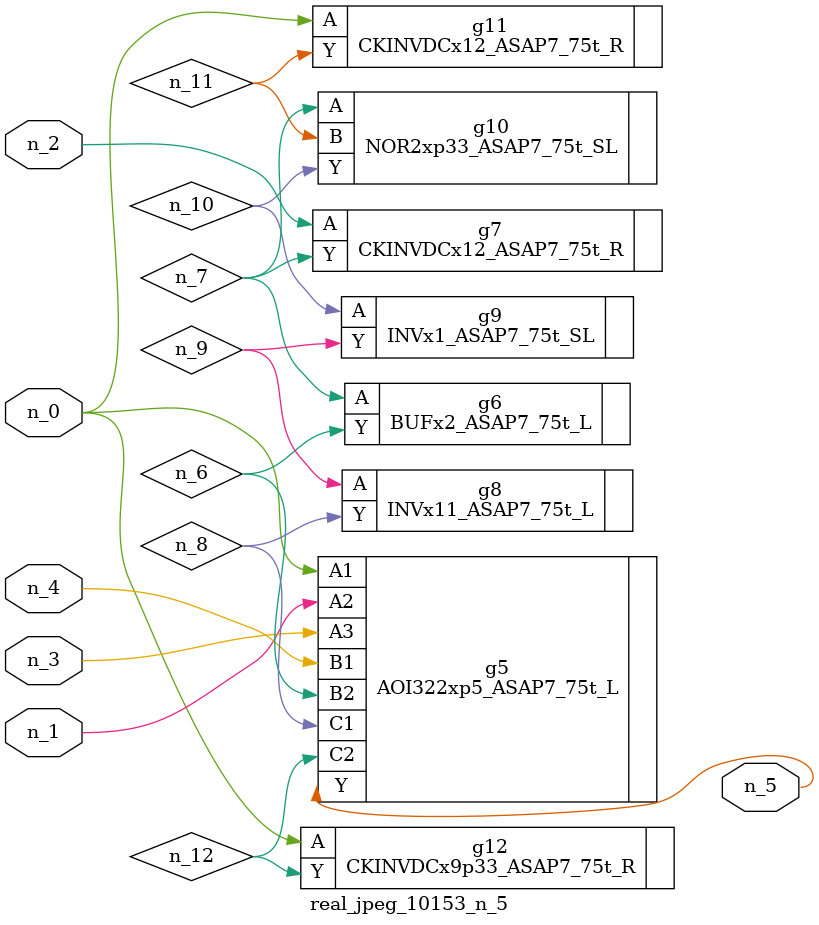
<source format=v>
module real_jpeg_10153_n_5 (n_4, n_0, n_1, n_2, n_3, n_5);

input n_4;
input n_0;
input n_1;
input n_2;
input n_3;

output n_5;

wire n_12;
wire n_8;
wire n_11;
wire n_6;
wire n_7;
wire n_10;
wire n_9;

AOI322xp5_ASAP7_75t_L g5 ( 
.A1(n_0),
.A2(n_1),
.A3(n_3),
.B1(n_4),
.B2(n_6),
.C1(n_8),
.C2(n_12),
.Y(n_5)
);

CKINVDCx12_ASAP7_75t_R g11 ( 
.A(n_0),
.Y(n_11)
);

CKINVDCx9p33_ASAP7_75t_R g12 ( 
.A(n_0),
.Y(n_12)
);

CKINVDCx12_ASAP7_75t_R g7 ( 
.A(n_2),
.Y(n_7)
);

BUFx2_ASAP7_75t_L g6 ( 
.A(n_7),
.Y(n_6)
);

NOR2xp33_ASAP7_75t_SL g10 ( 
.A(n_7),
.B(n_11),
.Y(n_10)
);

INVx11_ASAP7_75t_L g8 ( 
.A(n_9),
.Y(n_8)
);

INVx1_ASAP7_75t_SL g9 ( 
.A(n_10),
.Y(n_9)
);


endmodule
</source>
